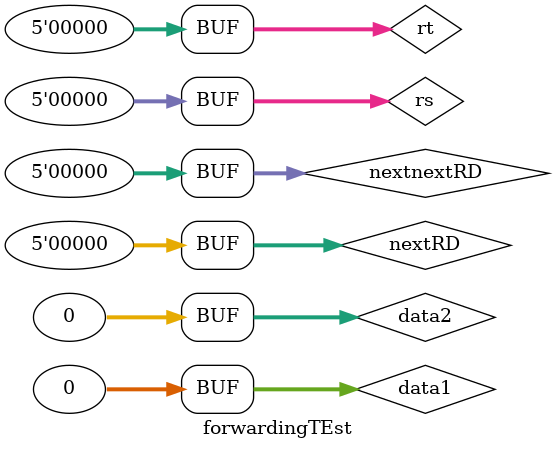
<source format=v>
`timescale 1ns / 1ps

module forwardingTEst;

	// Inputs
	reg [31:0] data1;
	reg [31:0] data2;
	reg [4:0] nextRD;
	reg [4:0] nextnextRD;
	reg [4:0] rt;
	reg [4:0] rs;

	// Outputs
	wire [31:0] outData;
	wire first;
	wire second;

	// Instantiate the Unit Under Test (UUT)
	forwading uut (
		.data1(data1), 
		.data2(data2), 
		.nextRD(nextRD), 
		.nextnextRD(nextnextRD), 
		.rt(rt), 
		.rs(rs), 
		.outData(outData), 
		.first(first), 
		.second(second)
	);

	initial begin
		// Initialize Inputs
		data1 = 3;
		data2 = 4;
		nextRD = 7;
		nextnextRD = 1;
		rt = 4;
		rs = 1;

		// Wait 100 ns for global reset to finish
		#100;
        
		// Add stimulus here

		data1 = 56;
		data2 = 76;
		nextRD =8 ;
		nextnextRD = 1;
		rt = 1;
		rs = 6;

		// Wait 100 ns for global reset to finish
		#100;
				data1 = 234;
		data2 = 324;
		nextRD = 23;
		nextnextRD = 1;
		rt = 23;
		rs = 0;

		// Wait 100 ns for global reset to finish
		#100;
				data1 = 43214;
		data2 = 213443;
		nextRD = 23;
		nextnextRD = 11;
		rt = 12;
		rs = 23;

		// Wait 100 ns for global reset to finish
		#100;		data1 = 0;
		data2 = 0;
		nextRD = 0;
		nextnextRD = 0;
		rt = 0;
		rs = 0;

		// Wait 100 ns for global reset to finish
		#100;
	end
      
endmodule


</source>
